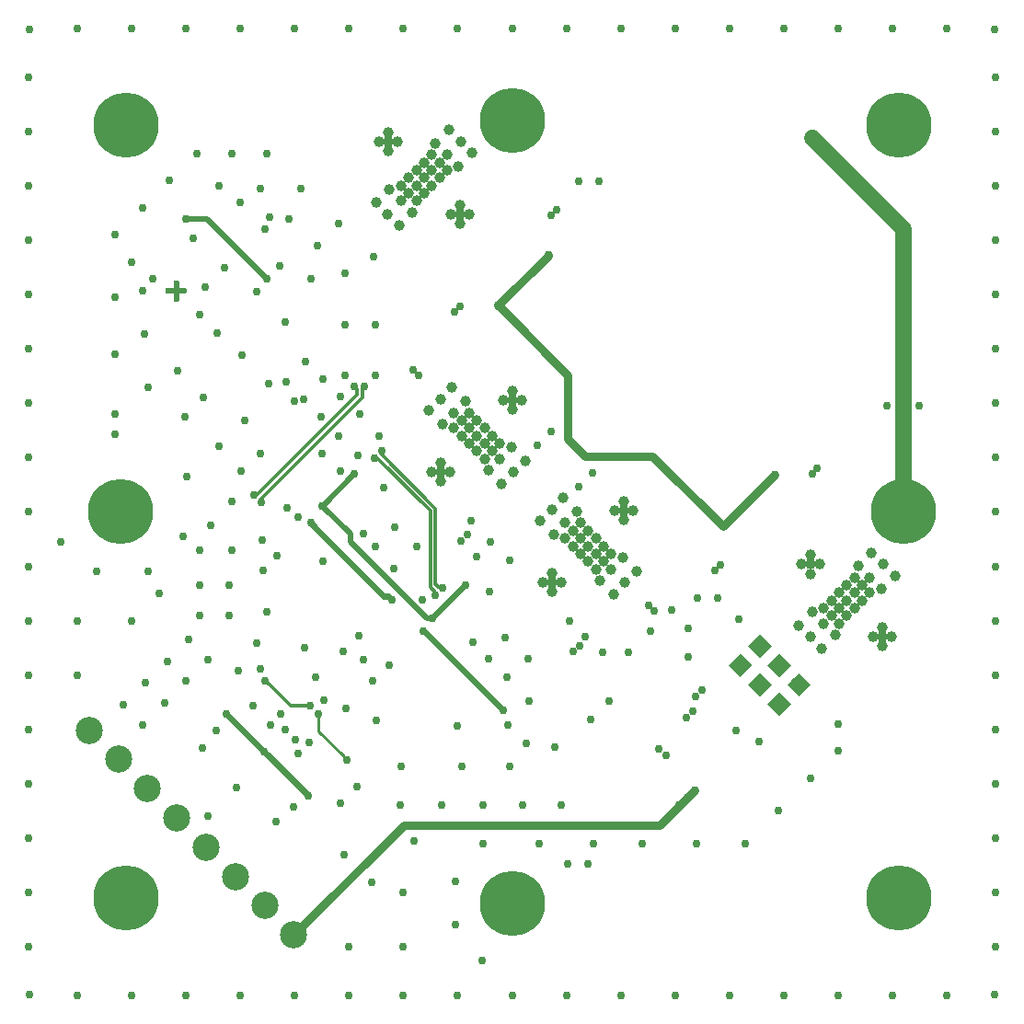
<source format=gbr>
G04 #@! TF.GenerationSoftware,KiCad,Pcbnew,(5.1.0-3-gb9944e2c0)*
G04 #@! TF.CreationDate,2019-04-17T10:32:59+02:00*
G04 #@! TF.ProjectId,QFHMIX01C,5146484d-4958-4303-9143-2e6b69636164,REV 0.2*
G04 #@! TF.SameCoordinates,Original*
G04 #@! TF.FileFunction,Copper,L1,Top*
G04 #@! TF.FilePolarity,Positive*
%FSLAX45Y45*%
G04 Gerber Fmt 4.5, Leading zero omitted, Abs format (unit mm)*
G04 Created by KiCad (PCBNEW (5.1.0-3-gb9944e2c0)) date 2019-04-17 10:32:59*
%MOMM*%
%LPD*%
G04 APERTURE LIST*
%ADD10C,2.500000*%
%ADD11C,0.600000*%
%ADD12C,1.524000*%
%ADD13C,0.150000*%
%ADD14C,6.000000*%
%ADD15C,1.000000*%
%ADD16C,0.750000*%
%ADD17C,0.500000*%
%ADD18C,0.800000*%
%ADD19C,0.600000*%
%ADD20C,0.250000*%
%ADD21C,0.300000*%
%ADD22C,1.500000*%
G04 APERTURE END LIST*
D10*
X11107073Y-11007073D03*
X12992927Y-12892927D03*
X11376481Y-11276481D03*
X11645888Y-11545888D03*
X11915296Y-11815296D03*
X12184704Y-12084704D03*
X12454111Y-12354111D03*
X12723519Y-12623519D03*
D11*
X11910894Y-6895662D03*
X11981605Y-6966372D03*
X11910894Y-7037083D03*
X11840184Y-6966372D03*
X11910894Y-6966372D03*
D12*
X17639408Y-10589803D03*
D13*
G36*
X17639408Y-10482040D02*
G01*
X17747171Y-10589803D01*
X17639408Y-10697566D01*
X17531645Y-10589803D01*
X17639408Y-10482040D01*
X17639408Y-10482040D01*
G37*
D12*
X17459803Y-10769408D03*
D13*
G36*
X17459803Y-10661645D02*
G01*
X17567566Y-10769408D01*
X17459803Y-10877171D01*
X17352040Y-10769408D01*
X17459803Y-10661645D01*
X17459803Y-10661645D01*
G37*
D12*
X17459803Y-10410197D03*
D13*
G36*
X17459803Y-10302434D02*
G01*
X17567566Y-10410197D01*
X17459803Y-10517961D01*
X17352040Y-10410197D01*
X17459803Y-10302434D01*
X17459803Y-10302434D01*
G37*
D12*
X17280197Y-10589803D03*
D13*
G36*
X17280197Y-10482040D02*
G01*
X17387961Y-10589803D01*
X17280197Y-10697566D01*
X17172434Y-10589803D01*
X17280197Y-10482040D01*
X17280197Y-10482040D01*
G37*
D12*
X17280197Y-10230592D03*
D13*
G36*
X17280197Y-10122829D02*
G01*
X17387961Y-10230592D01*
X17280197Y-10338355D01*
X17172434Y-10230592D01*
X17280197Y-10122829D01*
X17280197Y-10122829D01*
G37*
D12*
X17100592Y-10410197D03*
D13*
G36*
X17100592Y-10302434D02*
G01*
X17208355Y-10410197D01*
X17100592Y-10517961D01*
X16992829Y-10410197D01*
X17100592Y-10302434D01*
X17100592Y-10302434D01*
G37*
D14*
X11444000Y-12556000D03*
X18556000Y-5444000D03*
X18556000Y-12556000D03*
X11400000Y-9000000D03*
X18600000Y-9000000D03*
X15000000Y-5400000D03*
X15000000Y-12600000D03*
X11444000Y-5444000D03*
D15*
X14605754Y-8086403D03*
D16*
X13035065Y-11220677D03*
X13133848Y-11121894D03*
X13457071Y-12157647D03*
X13707071Y-12407647D03*
X15450000Y-11700000D03*
X15100000Y-11700000D03*
X14730000Y-11700000D03*
X13420000Y-7940000D03*
X13740000Y-7280000D03*
X13149138Y-6850684D03*
X12512742Y-7557790D03*
X13460000Y-7740000D03*
X11650000Y-7850000D03*
X13210000Y-6550000D03*
X13400000Y-6350000D03*
X12510000Y-8620000D03*
X12000000Y-10550000D03*
X12200000Y-10360000D03*
X11350000Y-8095000D03*
X13820000Y-8777550D03*
X13780000Y-8300000D03*
X13420000Y-8620000D03*
X12540000Y-8160000D03*
X13460000Y-7280000D03*
X13920000Y-9140000D03*
X14780000Y-10350000D03*
X14950000Y-10520908D03*
X14120000Y-9320000D03*
X11690434Y-6852656D03*
X11500000Y-6700000D03*
X12620000Y-10780000D03*
X12680000Y-8460000D03*
X12150000Y-11170000D03*
X13000000Y-7980000D03*
X13750000Y-10920000D03*
X12654163Y-10209441D03*
X12747279Y-9917279D03*
X13090000Y-10250000D03*
X13270000Y-10730000D03*
X12990039Y-11712043D03*
X12276360Y-11011508D03*
X12830000Y-11850000D03*
X19440000Y-4560000D03*
X12500000Y-6150000D03*
X16414000Y-11242200D03*
X16350500Y-11178700D03*
X15720000Y-10910000D03*
X15890000Y-10740000D03*
X12125000Y-7180000D03*
X12290000Y-7350000D03*
X12425000Y-5700000D03*
X14500000Y-10970000D03*
X13630000Y-9200000D03*
X14940000Y-10160000D03*
X13002540Y-11091557D03*
X12774638Y-10960249D03*
X12873421Y-10861467D03*
X14639960Y-10200000D03*
X11800000Y-10760000D03*
X12920000Y-7805278D03*
X12760000Y-7820000D03*
X13100000Y-7620000D03*
X13740000Y-7740000D03*
X12680000Y-6025000D03*
X13725000Y-6650000D03*
X13060000Y-6025000D03*
X13465000Y-6805000D03*
X13240000Y-8120000D03*
X13400000Y-8300000D03*
X13600000Y-8100000D03*
X11425000Y-10775000D03*
X12025000Y-10175000D03*
X11825000Y-10375000D03*
X11625000Y-10575000D03*
X11600000Y-10960000D03*
X11750000Y-9750000D03*
X12400000Y-9950000D03*
X13260000Y-7780000D03*
X13080000Y-7960000D03*
X11990000Y-8125000D03*
X12865000Y-6737500D03*
X12910000Y-7252500D03*
X12480000Y-10460000D03*
X13975000Y-11700000D03*
X13420000Y-11680000D03*
X13570000Y-11530000D03*
X13260000Y-9450000D03*
X13910000Y-9520000D03*
X14177500Y-9807500D03*
X16690000Y-10700000D03*
X16750000Y-10640000D03*
X12650000Y-6975000D03*
X12350000Y-6750000D03*
X12070000Y-6480000D03*
X11600000Y-6200000D03*
X16270000Y-10100000D03*
X16470000Y-9900000D03*
X14540000Y-11340000D03*
X13980000Y-11340000D03*
X13470000Y-10810000D03*
X13190000Y-10520000D03*
X14670000Y-9410000D03*
X13250000Y-8460000D03*
X11500000Y-10000000D03*
X12420000Y-9350000D03*
X15000000Y-13450000D03*
X15500000Y-13450000D03*
X14500000Y-13450000D03*
X14000000Y-13450000D03*
X13500000Y-13450000D03*
X13000000Y-13450000D03*
X12000000Y-13450000D03*
X12500000Y-13450000D03*
X11500000Y-13450000D03*
X11000000Y-13450000D03*
X10550000Y-13000000D03*
X10550000Y-12000000D03*
X10550000Y-12500000D03*
X10550000Y-11000000D03*
X10550000Y-11500000D03*
X10550000Y-10500000D03*
X10550000Y-10000000D03*
X10550000Y-9500000D03*
X10550000Y-9000000D03*
X18500000Y-4550000D03*
X18000000Y-4550000D03*
X19000000Y-4550000D03*
X19450000Y-5000000D03*
X19450000Y-6000000D03*
X19450000Y-5500000D03*
X19450000Y-7000000D03*
X19450000Y-6500000D03*
X17000000Y-13450000D03*
X16500000Y-13450000D03*
X18000000Y-13450000D03*
X17500000Y-13450000D03*
X19000000Y-13450000D03*
X18500000Y-13450000D03*
X19450000Y-13000000D03*
X19450000Y-12000000D03*
X19450000Y-12500000D03*
X19450000Y-11500000D03*
X19450000Y-11000000D03*
X16000000Y-13450000D03*
X12010000Y-8675000D03*
X12300000Y-8395000D03*
X12125000Y-9950000D03*
X12125000Y-9675000D03*
X12125000Y-9350000D03*
X12225000Y-9125000D03*
X12425000Y-8900000D03*
X12400000Y-9675000D03*
X10550000Y-8500000D03*
X10550000Y-8000000D03*
X10550000Y-7500000D03*
X10550000Y-7000000D03*
X10550000Y-6500000D03*
X10550000Y-6000000D03*
X10550000Y-5500000D03*
X10550000Y-5000000D03*
X11000000Y-4550000D03*
X11500000Y-4550000D03*
X12000000Y-4550000D03*
X12500000Y-4550000D03*
X13000000Y-4550000D03*
X13500000Y-4550000D03*
X14000000Y-4550000D03*
X14500000Y-4550000D03*
X15000000Y-4550000D03*
X15500000Y-4550000D03*
X16000000Y-4550000D03*
X16500000Y-4550000D03*
X17000000Y-4550000D03*
X17500000Y-4550000D03*
X19450000Y-7500000D03*
X19450000Y-8000000D03*
X19450000Y-8500000D03*
X19450000Y-9000000D03*
X19450000Y-9500000D03*
X19450000Y-10000000D03*
X19450000Y-10500000D03*
D15*
X14535043Y-8157114D03*
X14464332Y-8227825D03*
X14535043Y-8298535D03*
X14605754Y-8227825D03*
X14676464Y-8157114D03*
X14747175Y-8227825D03*
X14676464Y-8298535D03*
X14605754Y-8369246D03*
X14676464Y-8439957D03*
X14747175Y-8369246D03*
X14817886Y-8298535D03*
X14888596Y-8369246D03*
X14817886Y-8439957D03*
X14747175Y-8510668D03*
X14888596Y-8510668D03*
X14464332Y-8086403D03*
X14570398Y-7980337D03*
X14358266Y-8192469D03*
X14340589Y-7962660D03*
X14446655Y-7856594D03*
X14234523Y-8068726D03*
X14994662Y-8404602D03*
X14782530Y-8616734D03*
X15012340Y-8634411D03*
X15118406Y-8528345D03*
X14906274Y-8740477D03*
X15005269Y-7969731D03*
X14920416Y-7969731D03*
X15005269Y-7884878D03*
X15090122Y-7969731D03*
X15005269Y-8054584D03*
X14344124Y-8630876D03*
X14259271Y-8630876D03*
X14344124Y-8715729D03*
X14428977Y-8630876D03*
X14344124Y-8546023D03*
X14190000Y-5925000D03*
X14119289Y-5854289D03*
X14260711Y-5995711D03*
X14048579Y-6066421D03*
X13977868Y-5995711D03*
X14048579Y-5925000D03*
X14119289Y-6137132D03*
X14119289Y-5995711D03*
X14190000Y-6066421D03*
X14190000Y-5783579D03*
X14260711Y-5854289D03*
X14331421Y-5925000D03*
X14402132Y-5854289D03*
X14331421Y-5783579D03*
X14260711Y-5712868D03*
X14402132Y-5712868D03*
X13977868Y-6137132D03*
X13861195Y-5596195D03*
X13776342Y-5596195D03*
X13861195Y-5511343D03*
X13946048Y-5596195D03*
X13861195Y-5681048D03*
X14522340Y-6257340D03*
X14437487Y-6257340D03*
X14522340Y-6172487D03*
X14522340Y-6342193D03*
X14607193Y-6257340D03*
X14083934Y-6243198D03*
X13960190Y-6366942D03*
X13854124Y-6260876D03*
X13748058Y-6154810D03*
X13871802Y-6031066D03*
X14296066Y-5606802D03*
X14419810Y-5483058D03*
X14525876Y-5589124D03*
X14631942Y-5695190D03*
X14508198Y-5818934D03*
X18080000Y-9815000D03*
X18150711Y-9885711D03*
X18221421Y-9815000D03*
X18292132Y-9744289D03*
X18221421Y-9673579D03*
X18150711Y-9602868D03*
X18080000Y-9673579D03*
X18150711Y-9744289D03*
X18009289Y-9744289D03*
X17938579Y-9815000D03*
X18009289Y-9885711D03*
X18080000Y-9956421D03*
X18009289Y-10027132D03*
X17938579Y-9956421D03*
X17867868Y-9885711D03*
X17867868Y-10027132D03*
X17973934Y-10133198D03*
X18398198Y-9708934D03*
X18292132Y-9602868D03*
X18186066Y-9496802D03*
X17761802Y-9921066D03*
X17747660Y-9482660D03*
X17832513Y-9482660D03*
X17747660Y-9567513D03*
X17662807Y-9482660D03*
X17747660Y-9397807D03*
X18408805Y-10143805D03*
X18493658Y-10143805D03*
X18408805Y-10228658D03*
X18323952Y-10143805D03*
X18408805Y-10058952D03*
X18415876Y-9479124D03*
X18309810Y-9373058D03*
X18521942Y-9585190D03*
X17744124Y-10150876D03*
X17638058Y-10044810D03*
X17850190Y-10256942D03*
X15701464Y-9313536D03*
X15630754Y-9242825D03*
X15772175Y-9242825D03*
X15701464Y-9172114D03*
X15560043Y-9313536D03*
X15630754Y-9384246D03*
X15701464Y-9454957D03*
X15772175Y-9384246D03*
X15842886Y-9313536D03*
X15842886Y-9454957D03*
X15772175Y-9525668D03*
X15913596Y-9384246D03*
X16019662Y-9419602D03*
X15913596Y-9525668D03*
X15807530Y-9631734D03*
X15931274Y-9755477D03*
X16037340Y-9649411D03*
X16143406Y-9543345D03*
X15560043Y-9172114D03*
X15489332Y-9242825D03*
X15630754Y-9101404D03*
X15595398Y-8995338D03*
X15471655Y-8871594D03*
X15365589Y-8977660D03*
X15489332Y-9101404D03*
X15383266Y-9207470D03*
X15259523Y-9083726D03*
X15369124Y-9645876D03*
X15369124Y-9561023D03*
X15284271Y-9645876D03*
X15369124Y-9730729D03*
X15453977Y-9645876D03*
X16030269Y-8984731D03*
X15945416Y-8984731D03*
X16030269Y-8899878D03*
X16115122Y-8984731D03*
X16030269Y-9069584D03*
D16*
X12912737Y-11001755D03*
X15615000Y-5960000D03*
X14350000Y-11700000D03*
X14100000Y-12025000D03*
X17760000Y-8650000D03*
X17810000Y-8600000D03*
X15360000Y-8260000D03*
X15740000Y-8640000D03*
X15670000Y-10150000D03*
X15530000Y-10000000D03*
X14590000Y-9210000D03*
X14530000Y-9270000D03*
X13030000Y-9050000D03*
X12930000Y-8960000D03*
X12700000Y-9260000D03*
X12840000Y-9400000D03*
X12710000Y-9540000D03*
X16600000Y-10890000D03*
X16660000Y-10830000D03*
X15830000Y-10290000D03*
X16070000Y-10290000D03*
X13630000Y-10360000D03*
X13590000Y-10140000D03*
X13870000Y-10410000D03*
X13450000Y-10280000D03*
X13720000Y-10550000D03*
X14980000Y-11340000D03*
X12460000Y-11540000D03*
X12200000Y-11800000D03*
X12172500Y-6932500D03*
X11597500Y-6960000D03*
X14000000Y-13000000D03*
X14000000Y-12500000D03*
X11000000Y-10000000D03*
X11000000Y-10500000D03*
X13500000Y-13000000D03*
X14475000Y-12400000D03*
X14730000Y-12050000D03*
X15250000Y-12050000D03*
X15750000Y-12050000D03*
X18450000Y-8020000D03*
X11350000Y-7550000D03*
X11350000Y-7020000D03*
X11350000Y-6450000D03*
X12100000Y-5700000D03*
X11850000Y-5950000D03*
X12300000Y-6000000D03*
X11650000Y-9550000D03*
X11975000Y-9225000D03*
X10850000Y-9275000D03*
X11175000Y-9550000D03*
X14475000Y-12800000D03*
X14725000Y-13125000D03*
X11450000Y-5225000D03*
X11444000Y-12331000D03*
X11444000Y-12781000D03*
X11669000Y-12556000D03*
X11219000Y-12556000D03*
X11284000Y-12396000D03*
X11604000Y-12396000D03*
X11604000Y-12716000D03*
X11284000Y-12716000D03*
X11604000Y-5284000D03*
X11219000Y-5444000D03*
X11444000Y-5669000D03*
X11284000Y-5284000D03*
X11284000Y-5604000D03*
X11669000Y-5444000D03*
X11604000Y-5604000D03*
X18716000Y-5284000D03*
X18331000Y-5444000D03*
X18556000Y-5669000D03*
X18396000Y-5604000D03*
X18556000Y-5219000D03*
X18781000Y-5444000D03*
X18716000Y-5604000D03*
X18716000Y-12716000D03*
X18781000Y-12556000D03*
X18716000Y-12396000D03*
X18331000Y-12556000D03*
X18556000Y-12331000D03*
X18396000Y-12396000D03*
X18556000Y-12781000D03*
X18396000Y-12716000D03*
X18396000Y-5284000D03*
X10560000Y-4560000D03*
X10560000Y-13440000D03*
X19440000Y-13440000D03*
X11620000Y-7360000D03*
X12770000Y-6290000D03*
X12950000Y-6300000D03*
X12730000Y-6400000D03*
X11925000Y-7700000D03*
X12155000Y-7945000D03*
X12740000Y-5700000D03*
X17060000Y-11010000D03*
X17270000Y-11110000D03*
X13740000Y-9320000D03*
X16200000Y-12050000D03*
X16700000Y-12050000D03*
X17150000Y-12050000D03*
X17450000Y-11750000D03*
X18000000Y-11200000D03*
X18000000Y-10950000D03*
X17750000Y-11450000D03*
X15150000Y-10350000D03*
X15700000Y-12240000D03*
X16870000Y-9540000D03*
X16920000Y-9490000D03*
X15360000Y-6270000D03*
X15410000Y-6220000D03*
X14520000Y-7110000D03*
X14470000Y-7160000D03*
X14140000Y-7740000D03*
X14090000Y-7690000D03*
X16310000Y-9910000D03*
X16260000Y-9860000D03*
X15610000Y-8770000D03*
X15230000Y-8390000D03*
X13580000Y-8480000D03*
X16710000Y-9790000D03*
X16890000Y-9790000D03*
X17090000Y-9990000D03*
X16620000Y-10070000D03*
X16620000Y-10330000D03*
X14960000Y-10960000D03*
X15390000Y-11160000D03*
X15130000Y-11130000D03*
X15160000Y-10740000D03*
X12680000Y-10440000D03*
X14790000Y-9730000D03*
X15800000Y-5960000D03*
X18750000Y-8020000D03*
X15510000Y-12240000D03*
X11350000Y-8285000D03*
X15620000Y-10230000D03*
X15565000Y-10285000D03*
X14805000Y-9275000D03*
X14980000Y-9445000D03*
X14620000Y-9080000D03*
X16540000Y-11700000D03*
X16610000Y-11630000D03*
X16680000Y-11560000D03*
X14920000Y-10822500D03*
X13895000Y-9810000D03*
X14185000Y-10092500D03*
X13150000Y-9100000D03*
X15512763Y-8325000D03*
X15675000Y-8485000D03*
X14870000Y-7100000D03*
X15330002Y-6634998D03*
X16945000Y-9135000D03*
X17420000Y-8660000D03*
X13120854Y-11609512D03*
X12371320Y-10859979D03*
X12719681Y-11205587D03*
X13215791Y-10855795D03*
X13480000Y-11280000D03*
X11997500Y-6300000D03*
X12740000Y-6850000D03*
X13797908Y-8436371D03*
X14363594Y-9702092D03*
X13730733Y-8503546D03*
X14296419Y-9769267D03*
X13143949Y-10785084D03*
X12730000Y-10550000D03*
X13550000Y-8652500D03*
X13252500Y-8945000D03*
X14572500Y-9675000D03*
X14270000Y-9980000D03*
X12688588Y-8908588D03*
X13642500Y-7845000D03*
X12621412Y-8841412D03*
X13547500Y-7845000D03*
D15*
X17760000Y-5560690D03*
D17*
X11840184Y-6966372D02*
X11910894Y-6966372D01*
X11910894Y-7037083D02*
X11910894Y-6966372D01*
X11981605Y-6966372D02*
X11910894Y-6966372D01*
X11910894Y-6895662D02*
X11910894Y-6966372D01*
D18*
X16360000Y-11880000D02*
X16680000Y-11560000D01*
X14005854Y-11880000D02*
X16360000Y-11880000D01*
X12992927Y-12892927D02*
X14005854Y-11880000D01*
D19*
X14920000Y-10822500D02*
X14190000Y-10092500D01*
X14190000Y-10092500D02*
X14185000Y-10092500D01*
X13822500Y-9772500D02*
X13187500Y-9137500D01*
X13187500Y-9137500D02*
X13150000Y-9100000D01*
X13857500Y-9772500D02*
X13822500Y-9772500D01*
X13895000Y-9810000D02*
X13857500Y-9772500D01*
D18*
X15672763Y-8485000D02*
X15512763Y-8325000D01*
X15675000Y-8485000D02*
X15672763Y-8485000D01*
X15512763Y-8325000D02*
X15512763Y-7742763D01*
X15512763Y-7742763D02*
X14907500Y-7137500D01*
X14907500Y-7137500D02*
X14870000Y-7100000D01*
X14870000Y-7100000D02*
X15330002Y-6639998D01*
X15330002Y-6639998D02*
X15330002Y-6634998D01*
X15675000Y-8485000D02*
X16295000Y-8485000D01*
X16295000Y-8485000D02*
X16945000Y-9135000D01*
X17420000Y-8660000D02*
X16945000Y-9135000D01*
D19*
X13120854Y-11606759D02*
X13120854Y-11609512D01*
X12719681Y-11205587D02*
X13120854Y-11606759D01*
X12371320Y-10859979D02*
X12716928Y-11205587D01*
X12716928Y-11205587D02*
X12719681Y-11205587D01*
D20*
X13442500Y-11242500D02*
X13442500Y-11242500D01*
X13480000Y-11280000D02*
X13442500Y-11242500D01*
X13215791Y-11015791D02*
X13215791Y-10855795D01*
X13442500Y-11242500D02*
X13215791Y-11015791D01*
D17*
X12702500Y-6812500D02*
X12740000Y-6850000D01*
X11997500Y-6300000D02*
X12190000Y-6300000D01*
X12190000Y-6300000D02*
X12702500Y-6812500D01*
D21*
X14296670Y-9666988D02*
X14331774Y-9702092D01*
X14296670Y-8966952D02*
X14296670Y-9666988D01*
X13797908Y-8468190D02*
X14296670Y-8966952D01*
X13797908Y-8436371D02*
X13797908Y-8468190D01*
X14331774Y-9702092D02*
X14363594Y-9702092D01*
X14246670Y-8987663D02*
X14246670Y-9687698D01*
X14246670Y-9687698D02*
X14296419Y-9737447D01*
X13730733Y-8503546D02*
X13762553Y-8503546D01*
X13762553Y-8503546D02*
X14246670Y-8987663D01*
X14296419Y-9737447D02*
X14296419Y-9769267D01*
X12767500Y-10587500D02*
X12730000Y-10550000D01*
X12963953Y-10783953D02*
X12767500Y-10587500D01*
X13143949Y-10783953D02*
X12963953Y-10783953D01*
D17*
X13550000Y-8652500D02*
X13257500Y-8945000D01*
X13257500Y-8945000D02*
X13252500Y-8945000D01*
X13252500Y-8945000D02*
X13509762Y-9202262D01*
X13509762Y-9272795D02*
X14216967Y-9980000D01*
X13509762Y-9202262D02*
X13509762Y-9272795D01*
X14572500Y-9675000D02*
X14270000Y-9977500D01*
X14270000Y-9977500D02*
X14270000Y-9980000D01*
X14216967Y-9980000D02*
X14270000Y-9980000D01*
D21*
X13620000Y-7867500D02*
X13642500Y-7845000D01*
X13620000Y-7945355D02*
X13620000Y-7867500D01*
X12688588Y-8876768D02*
X13620000Y-7945355D01*
X12688588Y-8908588D02*
X12688588Y-8876768D01*
X13570000Y-7867500D02*
X13547500Y-7845000D01*
X13570000Y-7924645D02*
X13570000Y-7867500D01*
X12653232Y-8841412D02*
X13570000Y-7924645D01*
X12621412Y-8841412D02*
X12653232Y-8841412D01*
D22*
X18600000Y-6400690D02*
X17760000Y-5560690D01*
X18600000Y-9000000D02*
X18600000Y-6400690D01*
M02*

</source>
